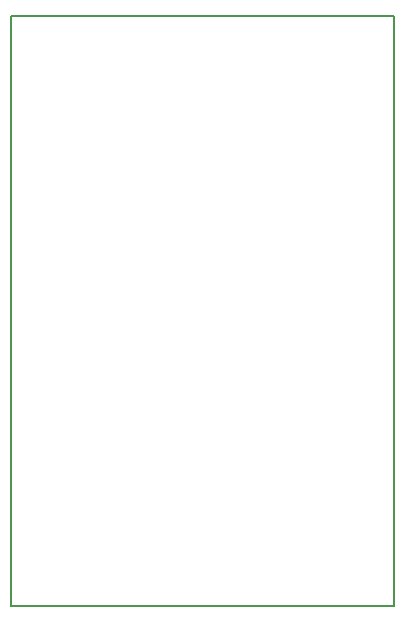
<source format=gm1>
G04 #@! TF.FileFunction,Profile,NP*
%FSLAX46Y46*%
G04 Gerber Fmt 4.6, Leading zero omitted, Abs format (unit mm)*
G04 Created by KiCad (PCBNEW (2016-10-14 revision fc07716)-master) date Sat Nov 26 20:43:01 2016*
%MOMM*%
%LPD*%
G01*
G04 APERTURE LIST*
%ADD10C,0.100000*%
%ADD11C,0.150000*%
G04 APERTURE END LIST*
D10*
D11*
X137750000Y-61750000D02*
X105250000Y-61750000D01*
X137750000Y-111750000D02*
X137750000Y-61750000D01*
X105250000Y-111750000D02*
X137750000Y-111750000D01*
X105250000Y-61750000D02*
X105250000Y-111750000D01*
M02*

</source>
